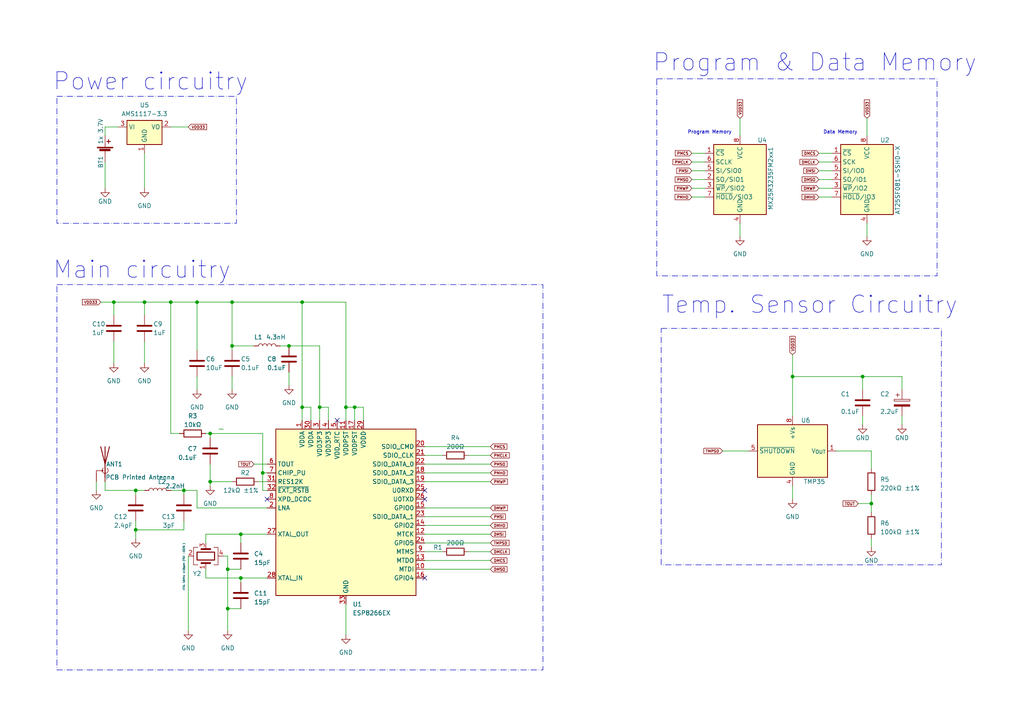
<source format=kicad_sch>
(kicad_sch (version 20230121) (generator eeschema)
  (paper "A4")
  (title_block (title "Full Wireless Communication System - Tractian") (date "2023-05-16") (rev "2.2"))
  (lib_symbols
    (symbol "Device:Antenna_Shield" (pin_numbers hide) (pin_names (offset 1.016) hide)
      (property "Reference" "AE" (at -1.905 4.445 0))
      (property "Value" "Antenna_Shield" (at -1.905 2.54 0))
      (symbol "Antenna_Shield_0_1"
        (arc (start -0.508 -1.143) (mid -0.8429 -2.1194) (end 0 -2.667))
        (arc (start 0 -2.667) (mid 0.7989 -2.1052) (end 0.508 -1.143))
        (polyline (pts (xy 0 -2.54) (xy 0 0)))
        (polyline (pts (xy 0 5.08) (xy 0 -3.81)) (stroke (width 0.254)))
        (polyline (pts (xy 0.762 -1.905) (xy 2.54 -1.905)))
        (polyline (pts (xy 2.54 -2.54) (xy 2.54 -1.905)))
        (polyline (pts (xy 1.27 5.08) (xy 0 0) (xy -1.27 5.08)) (stroke (width 0.254)))
        (circle (center 0.762 -1.905) (radius 0.1778) (fill (type outline)))
      )
      (symbol "Antenna_Shield_1_1"
        (pin input line (at 0 -5.08 90) (length 2.54) (name "A") (number "1"))
        (pin input line (at 2.54 -5.08 90) (length 2.54) (name "Shield") (number "2"))
      )
    )
    (symbol "Device:Battery_Cell" (pin_numbers hide) (pin_names (offset 0) hide)
      (property "Reference" "BT" (at 2.54 2.54 0))
      (property "Value" "Battery_Cell" (at 2.54 0 0))
      (symbol "Battery_Cell_0_1"
        (rectangle (start -2.286 1.778) (end 2.286 1.524) (fill (type outline)))
        (rectangle (start -1.5748 1.1938) (end 1.4732 0.6858) (fill (type outline)))
        (polyline (pts (xy 0 0.762) (xy 0 0)))
        (polyline (pts (xy 0 1.778) (xy 0 2.54)))
        (polyline (pts (xy 0.508 3.429) (xy 1.524 3.429)) (stroke (width 0.254)))
        (polyline (pts (xy 1.016 3.937) (xy 1.016 2.921)) (stroke (width 0.254)))
      )
      (symbol "Battery_Cell_1_1"
        (pin passive line (at 0 5.08 270) (length 2.54) (name "+") (number "1"))
        (pin passive line (at 0 -2.54 90) (length 2.54) (name "-") (number "2"))
      )
    )
    (symbol "Device:C" (pin_numbers hide) (pin_names (offset 0.254))
      (property "Reference" "C" (at 0.635 2.54 0))
      (property "Value" "C" (at 0.635 -2.54 0))
      (symbol "C_0_1"
        (polyline (pts (xy -2.032 -0.762) (xy 2.032 -0.762)) (stroke (width 0.508)))
        (polyline (pts (xy -2.032 0.762) (xy 2.032 0.762)) (stroke (width 0.508)))
      )
      (symbol "C_1_1"
        (pin passive line (at 0 3.81 270) (length 2.794) (name "~") (number "1"))
        (pin passive line (at 0 -3.81 90) (length 2.794) (name "~") (number "2"))
      )
    )
    (symbol "Device:C_Polarized" (pin_numbers hide) (pin_names (offset 0.254))
      (property "Reference" "C" (at 0.635 2.54 0))
      (property "Value" "C_Polarized" (at 0.635 -2.54 0))
      (symbol "C_Polarized_0_1"
        (rectangle (start -2.286 0.508) (end 2.286 1.016))
        (polyline (pts (xy -1.778 2.286) (xy -0.762 2.286)))
        (polyline (pts (xy -1.27 2.794) (xy -1.27 1.778)))
        (rectangle (start 2.286 -0.508) (end -2.286 -1.016) (fill (type outline)))
      )
      (symbol "C_Polarized_1_1"
        (pin passive line (at 0 3.81 270) (length 2.794) (name "~") (number "1"))
        (pin passive line (at 0 -3.81 90) (length 2.794) (name "~") (number "2"))
      )
    )
    (symbol "Device:Crystal_GND24" (pin_names (offset 1.016) hide)
      (property "Reference" "Y" (at 3.175 5.08 0))
      (property "Value" "Crystal_GND24" (at 3.175 3.175 0))
      (symbol "Crystal_GND24_0_1"
        (rectangle (start -1.143 2.54) (end 1.143 -2.54) (stroke (width 0.3048)))
        (polyline (pts (xy -2.54 0) (xy -2.032 0)))
        (polyline (pts (xy -2.032 -1.27) (xy -2.032 1.27)) (stroke (width 0.508)))
        (polyline (pts (xy 0 -3.81) (xy 0 -3.556)))
        (polyline (pts (xy 0 3.556) (xy 0 3.81)))
        (polyline (pts (xy 2.032 -1.27) (xy 2.032 1.27)) (stroke (width 0.508)))
        (polyline (pts (xy 2.032 0) (xy 2.54 0)))
        (polyline (pts (xy -2.54 -2.286) (xy -2.54 -3.556) (xy 2.54 -3.556) (xy 2.54 -2.286)))
        (polyline (pts (xy -2.54 2.286) (xy -2.54 3.556) (xy 2.54 3.556) (xy 2.54 2.286)))
      )
      (symbol "Crystal_GND24_1_1"
        (pin passive line (at -3.81 0 0) (length 1.27) (name "1") (number "1"))
        (pin passive line (at 0 5.08 270) (length 1.27) (name "2") (number "2"))
        (pin passive line (at 3.81 0 180) (length 1.27) (name "3") (number "3"))
        (pin passive line (at 0 -5.08 90) (length 1.27) (name "4") (number "4"))
      )
    )
    (symbol "Device:L" (pin_numbers hide) (pin_names (offset 1.016) hide)
      (property "Reference" "L" (at -1.27 0 90))
      (property "Value" "L" (at 1.905 0 90))
      (symbol "L_0_1"
        (arc (start 0 -2.54) (mid 0.6323 -1.905) (end 0 -1.27))
        (arc (start 0 -1.27) (mid 0.6323 -0.635) (end 0 0))
        (arc (start 0 0) (mid 0.6323 0.635) (end 0 1.27))
        (arc (start 0 1.27) (mid 0.6323 1.905) (end 0 2.54))
      )
      (symbol "L_1_1"
        (pin passive line (at 0 3.81 270) (length 1.27) (name "1") (number "1"))
        (pin passive line (at 0 -3.81 90) (length 1.27) (name "2") (number "2"))
      )
    )
    (symbol "Device:R" (pin_numbers hide) (pin_names (offset 0))
      (property "Reference" "R" (at 2.032 0 90))
      (property "Value" "R" (at 0 0 90))
      (symbol "R_0_1"
        (rectangle (start -1.016 -2.54) (end 1.016 2.54) (stroke (width 0.254)))
      )
      (symbol "R_1_1"
        (pin passive line (at 0 3.81 270) (length 1.27) (name "~") (number "1"))
        (pin passive line (at 0 -3.81 90) (length 1.27) (name "~") (number "2"))
      )
    )
    (symbol "MCU_Espressif:ESP8266EX"
      (property "Reference" "U" (at 0 2.54 0))
      (property "Value" "ESP8266EX" (at 0 -2.54 0))
      (symbol "ESP8266EX_0_1"
        (rectangle (start -20.32 22.86) (end 20.32 -25.4) (stroke (width 0.254)) (fill (type background)))
      )
      (symbol "ESP8266EX_1_1"
        (pin power_in line (at -12.7 25.4 270) (length 2.54) (name "VDDA") (number "1"))
        (pin bidirectional line (at 22.86 -17.78 180) (length 2.54) (name "MTDI") (number "10"))
        (pin power_in line (at 0 25.4 270) (length 2.54) (name "VDDPST") (number "11"))
        (pin bidirectional line (at 22.86 -7.62 180) (length 2.54) (name "MTCK") (number "12"))
        (pin bidirectional line (at 22.86 -15.24 180) (length 2.54) (name "MTDO") (number "13"))
        (pin bidirectional line (at 22.86 -5.08 180) (length 2.54) (name "GPIO2") (number "14"))
        (pin bidirectional line (at 22.86 0 180) (length 2.54) (name "GPIO0") (number "15"))
        (pin bidirectional line (at 22.86 -20.32 180) (length 2.54) (name "GPIO4") (number "16"))
        (pin power_in line (at 2.54 25.4 270) (length 2.54) (name "VDDPST") (number "17"))
        (pin bidirectional line (at 22.86 10.16 180) (length 2.54) (name "SDIO_DATA_2") (number "18"))
        (pin bidirectional line (at 22.86 7.62 180) (length 2.54) (name "SDIO_DATA_3") (number "19"))
        (pin bidirectional line (at -22.86 0 0) (length 2.54) (name "LNA") (number "2"))
        (pin bidirectional line (at 22.86 17.78 180) (length 2.54) (name "SDIO_CMD") (number "20"))
        (pin bidirectional line (at 22.86 15.24 180) (length 2.54) (name "SDIO_CLK") (number "21"))
        (pin bidirectional line (at 22.86 12.7 180) (length 2.54) (name "SDIO_DATA_0") (number "22"))
        (pin bidirectional line (at 22.86 -2.54 180) (length 2.54) (name "SDIO_DATA_1") (number "23"))
        (pin bidirectional line (at 22.86 -10.16 180) (length 2.54) (name "GPIO5") (number "24"))
        (pin bidirectional line (at 22.86 5.08 180) (length 2.54) (name "U0RXD") (number "25"))
        (pin bidirectional line (at 22.86 2.54 180) (length 2.54) (name "U0TXD") (number "26"))
        (pin bidirectional line (at -22.86 -7.62 0) (length 2.54) (name "XTAL_OUT") (number "27"))
        (pin bidirectional line (at -22.86 -20.32 0) (length 2.54) (name "XTAL_IN") (number "28"))
        (pin power_in line (at 5.08 25.4 270) (length 2.54) (name "VDDD") (number "29"))
        (pin power_in line (at -7.62 25.4 270) (length 2.54) (name "VDD3P3") (number "3"))
        (pin power_in line (at -10.16 25.4 270) (length 2.54) (name "VDDA") (number "30"))
        (pin input line (at -22.86 7.62 0) (length 2.54) (name "RES12K") (number "31"))
        (pin input line (at -22.86 5.08 0) (length 2.54) (name "~{EXT_RSTB}") (number "32"))
        (pin power_in line (at 0 -27.94 90) (length 2.54) (name "GND") (number "33"))
        (pin power_in line (at -5.08 25.4 270) (length 2.54) (name "VDD3P3") (number "4"))
        (pin power_in line (at -2.54 25.4 270) (length 2.54) (name "VDD_RTC") (number "5"))
        (pin input line (at -22.86 12.7 0) (length 2.54) (name "TOUT") (number "6"))
        (pin input line (at -22.86 10.16 0) (length 2.54) (name "CHIP_PU") (number "7"))
        (pin bidirectional line (at -22.86 2.54 0) (length 2.54) (name "XPD_DCDC") (number "8"))
        (pin bidirectional line (at 22.86 -12.7 180) (length 2.54) (name "MTMS") (number "9"))
      )
    )
    (symbol "Memory_Flash:AT25SF081-SSHD-X"
      (property "Reference" "U" (at -6.35 11.43 0))
      (property "Value" "AT25SF081-SSHD-X" (at 11.43 11.43 0))
      (symbol "AT25SF081-SSHD-X_0_1"
        (rectangle (start -7.62 10.16) (end 7.62 -10.16) (stroke (width 0.254)) (fill (type background)))
      )
      (symbol "AT25SF081-SSHD-X_1_1"
        (pin input line (at -10.16 7.62 0) (length 2.54) (name "~{CS}") (number "1"))
        (pin bidirectional line (at -10.16 0 0) (length 2.54) (name "SO/IO1") (number "2"))
        (pin bidirectional line (at -10.16 -2.54 0) (length 2.54) (name "~{WP}/IO2") (number "3"))
        (pin power_in line (at 0 -12.7 90) (length 2.54) (name "GND") (number "4"))
        (pin bidirectional line (at -10.16 2.54 0) (length 2.54) (name "SI/IO0") (number "5"))
        (pin input line (at -10.16 5.08 0) (length 2.54) (name "SCK") (number "6"))
        (pin bidirectional line (at -10.16 -5.08 0) (length 2.54) (name "~{HOLD}/IO3") (number "7"))
        (pin power_in line (at 0 12.7 270) (length 2.54) (name "VCC") (number "8"))
      )
    )
    (symbol "Memory_Flash:MX25R3235FM2xx1"
      (property "Reference" "U" (at -5.08 11.43 0))
      (property "Value" "MX25R3235FM2xx1" (at 11.43 11.43 0))
      (symbol "MX25R3235FM2xx1_0_1"
        (rectangle (start -7.62 10.16) (end 7.62 -10.16) (stroke (width 0.254)) (fill (type background)))
      )
      (symbol "MX25R3235FM2xx1_1_1"
        (pin input line (at -10.16 7.62 0) (length 2.54) (name "~{CS}") (number "1"))
        (pin bidirectional line (at -10.16 0 0) (length 2.54) (name "SO/SIO1") (number "2"))
        (pin bidirectional line (at -10.16 -2.54 0) (length 2.54) (name "~{WP}/SIO2") (number "3"))
        (pin power_in line (at 0 -12.7 90) (length 2.54) (name "GND") (number "4"))
        (pin bidirectional line (at -10.16 2.54 0) (length 2.54) (name "SI/SIO0") (number "5"))
        (pin input line (at -10.16 5.08 0) (length 2.54) (name "SCLK") (number "6"))
        (pin bidirectional line (at -10.16 -5.08 0) (length 2.54) (name "~{HOLD}/SIO3") (number "7"))
        (pin power_in line (at 0 12.7 270) (length 2.54) (name "VCC") (number "8"))
      )
    )
    (symbol "Regulator_Linear:AMS1117-3.3"
      (property "Reference" "U" (at -3.81 3.175 0))
      (property "Value" "AMS1117-3.3" (at 0 3.175 0))
      (symbol "AMS1117-3.3_0_1"
        (rectangle (start -5.08 -5.08) (end 5.08 1.905) (stroke (width 0.254)) (fill (type background)))
      )
      (symbol "AMS1117-3.3_1_1"
        (pin power_in line (at 0 -7.62 90) (length 2.54) (name "GND") (number "1"))
        (pin power_out line (at 7.62 0 180) (length 2.54) (name "VO") (number "2"))
        (pin power_in line (at -7.62 0 0) (length 2.54) (name "VI") (number "3"))
      )
    )
    (symbol "Sensor_Temperature:TMP36xS"
      (property "Reference" "U" (at -8.89 8.89 0))
      (property "Value" "TMP36xS" (at 6.35 -8.89 0))
      (symbol "TMP36xS_0_1"
        (rectangle (start -10.16 7.62) (end 10.16 -7.62) (stroke (width 0.254)) (fill (type background)))
      )
      (symbol "TMP36xS_1_1"
        (pin output line (at 12.7 0 180) (length 2.54) (name "V_{OUT}") (number "1"))
        (pin power_in line (at 0 -10.16 90) (length 2.54) (name "GND") (number "4"))
        (pin input line (at -12.7 0 0) (length 2.54) (name "~{SHUTDOWN}") (number "5"))
        (pin power_in line (at 0 10.16 270) (length 2.54) (name "+Vs") (number "8"))
      )
    )
    (symbol "power:GND" (power) (pin_names (offset 0))
      (property "Value" "GND" (at 0 -3.81 0))
      (symbol "GND_0_1"
        (polyline (pts (xy 0 0) (xy 0 -1.27) (xy 1.27 -1.27) (xy 0 -2.54) (xy -1.27 -1.27) (xy 0 -1.27)))
      )
      (symbol "GND_1_1"
        (pin power_in line (at 0 0 270) (length 0) hide (name "GND") (number "1"))
      )
    )
  )
  (junction (at 60.96 125.73))
  (junction (at 60.96 139.7))
  (junction (at 100.33 118.11))
  (junction (at 67.31 87.63))
  (junction (at 250.19 109.22))
  (junction (at 49.53 87.63))
  (junction (at 66.04 165.1))
  (junction (at 252.73 146.05))
  (junction (at 57.15 87.63))
  (junction (at 33.02 87.63))
  (junction (at 92.71 118.11))
  (junction (at 39.37 142.24))
  (junction (at 69.85 167.64))
  (junction (at 102.87 118.11))
  (junction (at 229.87 109.22))
  (junction (at 39.37 153.67))
  (junction (at 87.63 118.11))
  (junction (at 41.91 87.63))
  (junction (at 53.34 142.24))
  (junction (at 83.82 100.33))
  (junction (at 76.2 137.16))
  (junction (at 69.85 154.94))
  (junction (at 67.31 100.33))
  (junction (at 87.63 87.63))
  (junction (at 66.04 176.53))
  (no_connect (at 77.47 144.78))
  (no_connect (at 123.19 144.78))
  (no_connect (at 123.19 167.64))
  (no_connect (at 97.79 121.92))
  (no_connect (at 123.19 142.24))
  (wire (pts (xy 73.66 134.62) (xy 77.47 134.62)))
  (wire (pts (xy 60.96 139.7) (xy 60.96 140.97)))
  (wire (pts (xy 30.48 142.24) (xy 30.48 139.7)))
  (wire (pts (xy 237.49 54.61) (xy 241.3 54.61)))
  (wire (pts (xy 54.61 161.29) (xy 54.61 182.88)))
  (wire (pts (xy 77.47 137.16) (xy 76.2 137.16)))
  (wire (pts (xy 69.85 157.48) (xy 69.85 154.94)))
  (wire (pts (xy 100.33 118.11) (xy 102.87 118.11)))
  (wire (pts (xy 41.91 99.06) (xy 41.91 105.41)))
  (wire (pts (xy 242.57 130.81) (xy 252.73 130.81)))
  (wire (pts (xy 237.49 52.07) (xy 241.3 52.07)))
  (wire (pts (xy 252.73 143.51) (xy 252.73 146.05)))
  (wire (pts (xy 60.96 125.73) (xy 76.2 125.73)))
  (wire (pts (xy 57.15 147.32) (xy 57.15 142.24)))
  (wire (pts (xy 41.91 87.63) (xy 41.91 91.44)))
  (wire (pts (xy 59.69 157.48) (xy 59.69 154.94)))
  (wire (pts (xy 123.19 137.16) (xy 142.24 137.16)))
  (wire (pts (xy 214.63 64.77) (xy 214.63 68.58)))
  (wire (pts (xy 100.33 175.26) (xy 100.33 184.15)))
  (wire (pts (xy 123.19 149.86) (xy 142.24 149.86)))
  (wire (pts (xy 92.71 100.33) (xy 83.82 100.33)))
  (wire (pts (xy 123.19 147.32) (xy 142.24 147.32)))
  (wire (pts (xy 67.31 100.33) (xy 67.31 101.6)))
  (wire (pts (xy 100.33 87.63) (xy 100.33 118.11)))
  (wire (pts (xy 123.19 157.48) (xy 142.24 157.48)))
  (wire (pts (xy 100.33 118.11) (xy 100.33 121.92)))
  (wire (pts (xy 66.04 161.29) (xy 66.04 165.1)))
  (wire (pts (xy 67.31 87.63) (xy 67.31 100.33)))
  (wire (pts (xy 142.24 129.54) (xy 123.19 129.54)))
  (wire (pts (xy 229.87 109.22) (xy 229.87 120.65)))
  (wire (pts (xy 135.89 160.02) (xy 142.24 160.02)))
  (wire (pts (xy 59.69 154.94) (xy 69.85 154.94)))
  (wire (pts (xy 123.19 154.94) (xy 142.24 154.94)))
  (wire (pts (xy 29.21 87.63) (xy 33.02 87.63)))
  (wire (pts (xy 53.34 151.13) (xy 53.34 153.67)))
  (wire (pts (xy 237.49 49.53) (xy 241.3 49.53)))
  (wire (pts (xy 27.94 139.7) (xy 27.94 142.24)))
  (wire (pts (xy 209.55 130.81) (xy 217.17 130.81)))
  (wire (pts (xy 102.87 118.11) (xy 105.41 118.11)))
  (wire (pts (xy 30.48 39.37) (xy 30.48 36.83)))
  (wire (pts (xy 229.87 140.97) (xy 229.87 144.78)))
  (wire (pts (xy 87.63 87.63) (xy 87.63 118.11)))
  (wire (pts (xy 67.31 100.33) (xy 73.66 100.33)))
  (wire (pts (xy 59.69 167.64) (xy 69.85 167.64)))
  (wire (pts (xy 95.25 118.11) (xy 92.71 118.11)))
  (wire (pts (xy 123.19 134.62) (xy 142.24 134.62)))
  (wire (pts (xy 33.02 87.63) (xy 33.02 91.44)))
  (wire (pts (xy 123.19 162.56) (xy 142.24 162.56)))
  (wire (pts (xy 87.63 87.63) (xy 100.33 87.63)))
  (wire (pts (xy 123.19 152.4) (xy 142.24 152.4)))
  (wire (pts (xy 52.07 125.73) (xy 49.53 125.73)))
  (wire (pts (xy 67.31 87.63) (xy 87.63 87.63)))
  (wire (pts (xy 30.48 46.99) (xy 30.48 54.61)))
  (wire (pts (xy 250.19 109.22) (xy 261.62 109.22)))
  (wire (pts (xy 67.31 109.22) (xy 67.31 113.03)))
  (wire (pts (xy 41.91 44.45) (xy 41.91 54.61)))
  (wire (pts (xy 200.66 46.99) (xy 204.47 46.99)))
  (wire (pts (xy 59.69 165.1) (xy 59.69 167.64)))
  (wire (pts (xy 76.2 142.24) (xy 76.2 137.16)))
  (wire (pts (xy 57.15 87.63) (xy 67.31 87.63)))
  (wire (pts (xy 200.66 49.53) (xy 204.47 49.53)))
  (wire (pts (xy 49.53 142.24) (xy 53.34 142.24)))
  (wire (pts (xy 90.17 121.92) (xy 90.17 118.11)))
  (wire (pts (xy 251.46 64.77) (xy 251.46 68.58)))
  (wire (pts (xy 66.04 165.1) (xy 66.04 176.53)))
  (wire (pts (xy 77.47 147.32) (xy 57.15 147.32)))
  (wire (pts (xy 214.63 34.29) (xy 214.63 39.37)))
  (wire (pts (xy 69.85 165.1) (xy 66.04 165.1)))
  (wire (pts (xy 66.04 176.53) (xy 66.04 182.88)))
  (wire (pts (xy 53.34 153.67) (xy 39.37 153.67)))
  (wire (pts (xy 90.17 118.11) (xy 87.63 118.11)))
  (wire (pts (xy 123.19 160.02) (xy 128.27 160.02)))
  (wire (pts (xy 39.37 151.13) (xy 39.37 153.67)))
  (wire (pts (xy 53.34 142.24) (xy 53.34 143.51)))
  (wire (pts (xy 250.19 113.03) (xy 250.19 109.22)))
  (wire (pts (xy 53.34 142.24) (xy 57.15 142.24)))
  (wire (pts (xy 69.85 154.94) (xy 77.47 154.94)))
  (wire (pts (xy 33.02 99.06) (xy 33.02 105.41)))
  (wire (pts (xy 102.87 118.11) (xy 102.87 121.92)))
  (wire (pts (xy 200.66 54.61) (xy 204.47 54.61)))
  (wire (pts (xy 57.15 109.22) (xy 57.15 113.03)))
  (wire (pts (xy 60.96 125.73) (xy 59.69 125.73)))
  (wire (pts (xy 49.53 125.73) (xy 49.53 87.63)))
  (wire (pts (xy 30.48 36.83) (xy 34.29 36.83)))
  (wire (pts (xy 74.93 139.7) (xy 77.47 139.7)))
  (wire (pts (xy 87.63 118.11) (xy 87.63 121.92)))
  (wire (pts (xy 76.2 137.16) (xy 76.2 125.73)))
  (wire (pts (xy 250.19 120.65) (xy 250.19 123.19)))
  (wire (pts (xy 237.49 44.45) (xy 241.3 44.45)))
  (wire (pts (xy 66.04 176.53) (xy 69.85 176.53)))
  (wire (pts (xy 200.66 57.15) (xy 204.47 57.15)))
  (wire (pts (xy 30.48 142.24) (xy 39.37 142.24)))
  (wire (pts (xy 252.73 146.05) (xy 252.73 148.59)))
  (wire (pts (xy 229.87 109.22) (xy 250.19 109.22)))
  (wire (pts (xy 39.37 153.67) (xy 39.37 156.21)))
  (wire (pts (xy 248.92 146.05) (xy 252.73 146.05)))
  (wire (pts (xy 49.53 87.63) (xy 57.15 87.63)))
  (wire (pts (xy 123.19 165.1) (xy 142.24 165.1)))
  (wire (pts (xy 60.96 134.62) (xy 60.96 139.7)))
  (wire (pts (xy 95.25 121.92) (xy 95.25 118.11)))
  (wire (pts (xy 200.66 44.45) (xy 204.47 44.45)))
  (wire (pts (xy 64.77 124.46) (xy 63.5 124.46)))
  (wire (pts (xy 261.62 109.22) (xy 261.62 113.03)))
  (wire (pts (xy 237.49 46.99) (xy 241.3 46.99)))
  (wire (pts (xy 66.04 161.29) (xy 64.77 161.29)))
  (wire (pts (xy 123.19 139.7) (xy 142.24 139.7)))
  (wire (pts (xy 251.46 34.29) (xy 251.46 39.37)))
  (wire (pts (xy 81.28 100.33) (xy 83.82 100.33)))
  (wire (pts (xy 92.71 121.92) (xy 92.71 118.11)))
  (wire (pts (xy 60.96 139.7) (xy 67.31 139.7)))
  (wire (pts (xy 60.96 125.73) (xy 60.96 127)))
  (wire (pts (xy 252.73 130.81) (xy 252.73 135.89)))
  (wire (pts (xy 237.49 57.15) (xy 241.3 57.15)))
  (wire (pts (xy 252.73 156.21) (xy 252.73 158.75)))
  (wire (pts (xy 33.02 87.63) (xy 41.91 87.63)))
  (wire (pts (xy 92.71 118.11) (xy 92.71 100.33)))
  (wire (pts (xy 261.62 120.65) (xy 261.62 123.19)))
  (wire (pts (xy 135.89 132.08) (xy 142.24 132.08)))
  (wire (pts (xy 200.66 52.07) (xy 204.47 52.07)))
  (wire (pts (xy 57.15 87.63) (xy 57.15 101.6)))
  (wire (pts (xy 39.37 142.24) (xy 39.37 143.51)))
  (wire (pts (xy 229.87 102.87) (xy 229.87 109.22)))
  (wire (pts (xy 105.41 121.92) (xy 105.41 118.11)))
  (wire (pts (xy 77.47 142.24) (xy 76.2 142.24)))
  (wire (pts (xy 69.85 167.64) (xy 69.85 168.91)))
  (wire (pts (xy 41.91 87.63) (xy 49.53 87.63)))
  (wire (pts (xy 83.82 107.95) (xy 83.82 111.76)))
  (wire (pts (xy 39.37 142.24) (xy 41.91 142.24)))
  (wire (pts (xy 69.85 167.64) (xy 77.47 167.64)))
  (wire (pts (xy 123.19 132.08) (xy 128.27 132.08)))
  (wire (pts (xy 49.53 36.83) (xy 54.61 36.83)))
  (rectangle (start 16.51 82.55) (end 157.48 194.31) (stroke (width 0) (type dash_dot)))
  (rectangle (start 16.51 27.94) (end 68.58 64.77) (stroke (width 0) (type dash_dot)))
  (rectangle (start 191.77 95.25) (end 273.05 163.83) (stroke (width 0) (type dash_dot)))
  (rectangle (start 190.5 22.86) (end 271.78 80.01) (stroke (width 0) (type dash_dot)))
  (text "Temp. Sensor Circuitry" (at 191.77 91.44 0) (effects (font (size 5 5)) (justify left bottom)))
  (text "Program & Data Memory\n\n" (at 189.23 29.21 0) (effects (font (size 5 5)) (justify left bottom)))
  (text "Program Memory\n\n" (at 199.39 40.64 0) (effects (font (size 1 1)) (justify left bottom)))
  (text "Data Memory\n\n" (at 238.76 40.64 0) (effects (font (size 1 1)) (justify left bottom)))
  (text "Main circuitry" (at 15.24 81.28 0) (effects (font (size 5 5)) (justify left bottom)))
  (text "Power circuitry" (at 15.24 26.67 0) (effects (font (size 5 5)) (justify left bottom)))
  (global_label "TMPSD" (shape input) (at 142.24 157.48 0) (effects (font (size 0.8 0.8))) (property "Intersheetrefs" "${INTERSHEET_REFS}" (effects hide)))
  (global_label "DMSI" (shape input) (at 142.24 154.94 0) (effects (font (size 0.8 0.8))) (property "Intersheetrefs" "${INTERSHEET_REFS}" (effects hide)))
  (global_label "PMSO" (shape input) (at 142.24 134.62 0) (effects (font (size 0.8 0.8))) (property "Intersheetrefs" "${INTERSHEET_REFS}" (effects hide)))
  (global_label "PMCS" (shape input) (at 200.66 44.45 180) (effects (font (size 0.8 0.8))) (property "Intersheetrefs" "${INTERSHEET_REFS}" (effects hide)))
  (global_label "PMCS" (shape input) (at 142.24 129.54 0) (effects (font (size 0.8 0.8))) (property "Intersheetrefs" "${INTERSHEET_REFS}" (effects hide)))
  (global_label "TOUT" (shape input) (at 73.66 134.62 180) (effects (font (size 0.8 0.8))) (property "Intersheetrefs" "${INTERSHEET_REFS}" (effects hide)))
  (global_label "TMPSD" (shape input) (at 209.55 130.81 180) (effects (font (size 0.8 0.8))) (property "Intersheetrefs" "${INTERSHEET_REFS}" (effects hide)))
  (global_label "DMSO" (shape input) (at 142.24 165.1 0) (effects (font (size 0.8 0.8))) (property "Intersheetrefs" "${INTERSHEET_REFS}" (effects hide)))
  (global_label "DMCLK" (shape input) (at 237.49 46.99 180) (effects (font (size 0.8 0.8))) (property "Intersheetrefs" "${INTERSHEET_REFS}" (effects hide)))
  (global_label "DMHD" (shape input) (at 142.24 152.4 0) (effects (font (size 0.8 0.8))) (property "Intersheetrefs" "${INTERSHEET_REFS}" (effects hide)))
  (global_label "PMSI" (shape input) (at 200.66 49.53 180) (effects (font (size 0.8 0.8))) (property "Intersheetrefs" "${INTERSHEET_REFS}" (effects hide)))
  (global_label "PMWP" (shape input) (at 200.66 54.61 180) (effects (font (size 0.8 0.8))) (property "Intersheetrefs" "${INTERSHEET_REFS}" (effects hide)))
  (global_label "VDD33" (shape input) (at 214.63 34.29 90) (effects (font (size 0.8 0.8))) (property "Intersheetrefs" "${INTERSHEET_REFS}" (effects hide)))
  (global_label "VDD33" (shape input) (at 54.61 36.83 0) (effects (font (size 0.8 0.8))) (property "Intersheetrefs" "${INTERSHEET_REFS}" (effects hide)))
  (global_label "DMCS" (shape input) (at 237.49 44.45 180) (effects (font (size 0.8 0.8))) (property "Intersheetrefs" "${INTERSHEET_REFS}" (effects hide)))
  (global_label "DMHD" (shape input) (at 237.49 57.15 180) (effects (font (size 0.8 0.8))) (property "Intersheetrefs" "${INTERSHEET_REFS}" (effects hide)))
  (global_label "TOUT" (shape input) (at 248.92 146.05 180) (effects (font (size 0.8 0.8))) (property "Intersheetrefs" "${INTERSHEET_REFS}" (effects hide)))
  (global_label "DMCS" (shape input) (at 142.24 162.56 0) (effects (font (size 0.8 0.8))) (property "Intersheetrefs" "${INTERSHEET_REFS}" (effects hide)))
  (global_label "PMHD" (shape input) (at 200.66 57.15 180) (effects (font (size 0.8 0.8))) (property "Intersheetrefs" "${INTERSHEET_REFS}" (effects hide)))
  (global_label "VDD33" (shape input) (at 229.87 102.87 90) (effects (font (size 0.8 0.8))) (property "Intersheetrefs" "${INTERSHEET_REFS}" (effects hide)))
  (global_label "PMWP" (shape input) (at 142.24 139.7 0) (effects (font (size 0.8 0.8))) (property "Intersheetrefs" "${INTERSHEET_REFS}" (effects hide)))
  (global_label "PMSO" (shape input) (at 200.66 52.07 180) (effects (font (size 0.8 0.8))) (property "Intersheetrefs" "${INTERSHEET_REFS}" (effects hide)))
  (global_label "DMCLK" (shape input) (at 142.24 160.02 0) (effects (font (size 0.8 0.8))) (property "Intersheetrefs" "${INTERSHEET_REFS}" (effects hide)))
  (global_label "PMHD" (shape input) (at 142.24 137.16 0) (effects (font (size 0.8 0.8))) (property "Intersheetrefs" "${INTERSHEET_REFS}" (effects hide)))
  (global_label "PMCLK" (shape input) (at 200.66 46.99 180) (effects (font (size 0.8 0.8))) (property "Intersheetrefs" "${INTERSHEET_REFS}" (effects hide)))
  (global_label "PMCLK" (shape input) (at 142.24 132.08 0) (effects (font (size 0.8 0.8))) (property "Intersheetrefs" "${INTERSHEET_REFS}" (effects hide)))
  (global_label "DMSO" (shape input) (at 237.49 52.07 180) (effects (font (size 0.8 0.8))) (property "Intersheetrefs" "${INTERSHEET_REFS}" (effects hide)))
  (global_label "VDD33" (shape input) (at 251.46 34.29 90) (effects (font (size 0.8 0.8))) (property "Intersheetrefs" "${INTERSHEET_REFS}" (effects hide)))
  (global_label "PMSI" (shape input) (at 142.24 149.86 0) (effects (font (size 0.8 0.8))) (property "Intersheetrefs" "${INTERSHEET_REFS}" (effects hide)))
  (global_label "DMSI" (shape input) (at 237.49 49.53 180) (effects (font (size 0.8 0.8))) (property "Intersheetrefs" "${INTERSHEET_REFS}" (effects hide)))
  (global_label "DMWP" (shape input) (at 237.49 54.61 180) (effects (font (size 0.8 0.8))) (property "Intersheetrefs" "${INTERSHEET_REFS}" (effects hide)))
  (global_label "DMWP" (shape input) (at 142.24 147.32 0) (effects (font (size 0.8 0.8))) (property "Intersheetrefs" "${INTERSHEET_REFS}" (effects hide)))
  (global_label "VDD33" (shape input) (at 29.21 87.63 180) (effects (font (size 0.8 0.8))) (property "Intersheetrefs" "${INTERSHEET_REFS}" (effects hide)))
  (symbol (lib_id "Device:C") (at 39.37 147.32 0) (mirror y) (unit 1)
    (property "Reference" "C12" (at 33.02 149.86 0) (effects (justify right)))
    (property "Value" "2.4pF" (at 33.02 152.4 0) (effects (justify right)))
    (property "Footprint" "Capacitor_SMD:C_0201_0603Metric_Pad0.64x0.40mm_HandSolder" (effects hide))
  )
  (symbol (lib_id "power:GND") (at 250.19 123.19 0) (unit 1)
    (property "Reference" "#PWR04" (effects hide))
    (property "Value" "GND" (at 250.19 127 0))
  )
  (symbol (lib_id "Device:C") (at 60.96 130.81 0) (unit 1)
    (property "Reference" "C7" (at 57.15 130.175 0) (effects (justify right)))
    (property "Value" "0.1uF" (at 57.15 132.715 0) (effects (justify right)))
    (property "Footprint" "Capacitor_SMD:C_0201_0603Metric_Pad0.64x0.40mm_HandSolder" (effects hide))
  )
  (symbol (lib_id "power:GND") (at 100.33 184.15 0) (unit 1)
    (property "Reference" "#PWR08" (effects hide))
    (property "Value" "GND" (at 100.33 189.23 0))
  )
  (symbol (lib_id "Device:R") (at 132.08 160.02 90) (unit 1)
    (property "Reference" "R1" (at 127 158.75 90))
    (property "Value" "200Ω" (at 132.08 157.48 90))
    (property "Footprint" "Resistor_SMD:R_0402_1005Metric_Pad0.72x0.64mm_HandSolder" (effects hide))
  )
  (symbol (lib_id "Device:C") (at 250.19 116.84 0) (mirror y) (unit 1)
    (property "Reference" "C1" (at 243.84 114.3 0) (effects (justify right)))
    (property "Value" "0.1uF" (at 243.84 119.38 0) (effects (justify right)))
    (property "Footprint" "Capacitor_SMD:C_0201_0603Metric_Pad0.64x0.40mm_HandSolder" (effects hide))
  )
  (symbol (lib_id "power:GND") (at 39.37 156.21 0) (unit 1)
    (property "Reference" "#PWR020" (effects hide))
    (property "Value" "GND" (at 39.37 161.29 0))
  )
  (symbol (lib_id "power:GND") (at 251.46 68.58 0) (unit 1)
    (property "Reference" "#PWR01" (effects hide))
    (property "Value" "GND" (at 251.46 73.66 0))
  )
  (symbol (lib_id "power:GND") (at 57.15 113.03 0) (unit 1)
    (property "Reference" "#PWR010" (effects hide))
    (property "Value" "GND" (at 57.15 118.11 0))
  )
  (symbol (lib_id "Device:C") (at 53.34 147.32 0) (unit 1)
    (property "Reference" "C13" (at 50.8 149.86 0) (effects (justify right)))
    (property "Value" "3pF" (at 50.8 152.4 0) (effects (justify right)))
    (property "Footprint" "Capacitor_SMD:C_0201_0603Metric_Pad0.64x0.40mm_HandSolder" (effects hide))
  )
  (symbol (lib_id "power:GND") (at 261.62 123.19 0) (unit 1)
    (property "Reference" "#PWR05" (effects hide))
    (property "Value" "GND" (at 261.62 127 0))
  )
  (symbol (lib_id "Device:R") (at 55.88 125.73 90) (unit 1)
    (property "Reference" "R3" (at 55.88 120.65 90))
    (property "Value" "10kΩ" (at 55.88 123.19 90))
    (property "Footprint" "Resistor_SMD:R_0201_0603Metric_Pad0.64x0.40mm_HandSolder" (effects hide))
  )
  (symbol (lib_id "Device:L") (at 77.47 100.33 90) (unit 1)
    (property "Reference" "L1" (at 74.93 97.79 90))
    (property "Value" "4.3nH" (at 80.01 97.79 90))
    (property "Footprint" "Inductor_SMD:L_0603_1608Metric_Pad1.05x0.95mm_HandSolder" (effects hide))
  )
  (symbol (lib_id "power:GND") (at 83.82 111.76 0) (unit 1)
    (property "Reference" "#PWR012" (effects hide))
    (property "Value" "GND" (at 83.82 116.84 0))
  )
  (symbol (lib_id "Device:Crystal_GND24") (at 59.69 161.29 90) (unit 1)
    (property "Reference" "Y2" (at 57.15 166.37 90))
    (property "Value" "XTAL 16Mhz ±10ppm (TSX -3225 )" (at 53.34 157.48 0) (effects (font (size 0.5 0.5)) (justify right)))
    (property "Footprint" "Oscillator:Oscillator_SMD_SeikoEpson_SG210-4Pin_2.5x2.0mm_HandSoldering" (effects hide))
  )
  (symbol (lib_id "Device:Battery_Cell") (at 30.48 44.45 0) (unit 1)
    (property "Reference" "BT1" (at 29.21 46.99 90))
    (property "Value" "1x 3.7V" (at 29.21 38.1 90))
    (property "Footprint" "Battery:BatteryHolder_Keystone_2466_1xAAA" (effects hide))
  )
  (symbol (lib_id "power:GND") (at 41.91 54.61 0) (unit 1)
    (property "Reference" "#PWR07" (effects hide))
    (property "Value" "GND" (at 41.91 59.69 0))
  )
  (symbol (lib_id "Regulator_Linear:AMS1117-3.3") (at 41.91 36.83 0) (unit 1)
    (property "Reference" "U5" (at 41.91 30.48 0))
    (property "Value" "AMS1117-3.3" (at 41.91 33.02 0))
    (property "Footprint" "Package_TO_SOT_SMD:SOT-223-3_TabPin2" (effects hide))
    (property "Datasheet" "http://www.advanced-monolithic.com/pdf/ds1117.pdf" (effects hide))
  )
  (symbol (lib_id "Device:C") (at 67.31 105.41 0) (mirror y) (unit 1)
    (property "Reference" "C5" (at 69.85 104.14 0) (effects (justify right)))
    (property "Value" "0.1uF" (at 69.85 106.68 0) (effects (justify right)))
    (property "Footprint" "Capacitor_SMD:C_0201_0603Metric_Pad0.64x0.40mm_HandSolder" (effects hide))
  )
  (symbol (lib_id "Device:C") (at 41.91 95.25 0) (mirror y) (unit 1)
    (property "Reference" "C9" (at 44.45 93.98 0) (effects (justify right)))
    (property "Value" "1uF" (at 44.45 96.52 0) (effects (justify right)))
    (property "Footprint" "Capacitor_SMD:C_0201_0603Metric_Pad0.64x0.40mm_HandSolder" (effects hide))
  )
  (symbol (lib_id "Device:L") (at 45.72 142.24 90) (unit 1)
    (property "Reference" "L2" (at 46.99 139.7 90))
    (property "Value" "2.2nH" (at 50.8 140.97 90))
    (property "Footprint" "Inductor_SMD:L_0603_1608Metric_Pad1.05x0.95mm_HandSolder" (effects hide))
  )
  (symbol (lib_id "power:GND") (at 54.61 182.88 0) (unit 1)
    (property "Reference" "#PWR018" (effects hide))
    (property "Value" "GND" (at 54.61 187.96 0))
  )
  (symbol (lib_id "Memory_Flash:MX25R3235FM2xx1") (at 214.63 52.07 0) (unit 1)
    (property "Reference" "U4" (at 219.71 40.64 0) (effects (justify left)))
    (property "Value" "MX25R3235FM2xx1" (at 223.52 60.96 90) (effects (justify left)))
    (property "Footprint" "Package_SO:SOP-8_5.28x5.23mm_P1.27mm" (effects hide))
    (property "Datasheet" "http://www.macronix.com/Lists/Datasheet/Attachments/7534/MX25R3235F,%20Wide%20Range,%2032Mb,%20v1.6.pdf" (effects hide))
  )
  (symbol (lib_id "Device:R") (at 252.73 139.7 0) (unit 1)
    (property "Reference" "R5" (at 255.27 139.065 0) (effects (justify left)))
    (property "Value" "220kΩ ±1%" (at 255.27 141.605 0) (effects (justify left)))
    (property "Footprint" "Resistor_SMD:R_0201_0603Metric_Pad0.64x0.40mm_HandSolder" (effects hide))
  )
  (symbol (lib_id "power:GND") (at 60.96 140.97 0) (unit 1)
    (property "Reference" "#PWR09" (effects hide))
    (property "Value" "GND" (at 60.96 146.05 0))
  )
  (symbol (lib_id "Device:C") (at 57.15 105.41 0) (mirror y) (unit 1)
    (property "Reference" "C6" (at 59.69 104.14 0) (effects (justify right)))
    (property "Value" "10uF" (at 59.69 106.68 0) (effects (justify right)))
    (property "Footprint" "Capacitor_SMD:C_0201_0603Metric_Pad0.64x0.40mm_HandSolder" (effects hide))
  )
  (symbol (lib_id "power:GND") (at 252.73 158.75 0) (unit 1)
    (property "Reference" "#PWR03" (effects hide))
    (property "Value" "GND" (at 252.73 162.56 0))
  )
  (symbol (lib_id "Device:R") (at 71.12 139.7 270) (unit 1)
    (property "Reference" "R2" (at 71.12 137.16 90))
    (property "Value" "12kΩ ±1%" (at 69.85 142.24 90))
    (property "Footprint" "Resistor_SMD:R_0201_0603Metric_Pad0.64x0.40mm_HandSolder" (effects hide))
  )
  (symbol (lib_id "Device:C") (at 83.82 104.14 0) (mirror y) (unit 1)
    (property "Reference" "C8" (at 77.47 104.14 0) (effects (justify right)))
    (property "Value" "0.1uF" (at 77.47 106.68 0) (effects (justify right)))
    (property "Footprint" "Capacitor_SMD:C_0201_0603Metric_Pad0.64x0.40mm_HandSolder" (effects hide))
  )
  (symbol (lib_id "Device:R") (at 132.08 132.08 90) (unit 1)
    (property "Reference" "R4" (at 132.08 127 90))
    (property "Value" "200Ω" (at 132.08 129.54 90))
    (property "Footprint" "Resistor_SMD:R_0402_1005Metric_Pad0.72x0.64mm_HandSolder" (effects hide))
  )
  (symbol (lib_id "power:GND") (at 30.48 54.61 0) (unit 1)
    (property "Reference" "#PWR06" (effects hide))
    (property "Value" "GND" (at 30.48 58.42 0))
  )
  (symbol (lib_id "Device:R") (at 252.73 152.4 0) (unit 1)
    (property "Reference" "R6" (at 255.27 151.765 0) (effects (justify left)))
    (property "Value" "100kΩ ±1%" (at 255.27 154.305 0) (effects (justify left)))
    (property "Footprint" "Resistor_SMD:R_0201_0603Metric_Pad0.64x0.40mm_HandSolder" (effects hide))
  )
  (symbol (lib_id "Device:C") (at 33.02 95.25 0) (mirror y) (unit 1)
    (property "Reference" "C10" (at 26.67 93.98 0) (effects (justify right)))
    (property "Value" "1uF" (at 26.67 96.52 0) (effects (justify right)))
    (property "Footprint" "Capacitor_SMD:C_0201_0603Metric_Pad0.64x0.40mm_HandSolder" (effects hide))
  )
  (symbol (lib_id "power:GND") (at 214.63 68.58 0) (unit 1)
    (property "Reference" "#PWR015" (effects hide))
    (property "Value" "GND" (at 214.63 73.66 0))
  )
  (symbol (lib_id "Device:Antenna_Shield") (at 30.48 134.62 0) (mirror y) (unit 1)
    (property "Reference" "ANT1" (at 35.56 134.62 0) (effects (justify left)))
    (property "Value" "PCB Printed Antenna" (at 50.8 138.43 0) (effects (justify left)))
    (property "Footprint" "RF_Antenna:Texas_SWRA117D_2.4GHz_Left" (effects hide))
  )
  (symbol (lib_id "Memory_Flash:AT25SF081-SSHD-X") (at 251.46 52.07 0) (unit 1)
    (property "Reference" "U2" (at 255.27 40.64 0) (effects (justify left)))
    (property "Value" "AT25SF081-SSHD-X" (at 260.35 62.23 90) (effects (justify left)))
    (property "Footprint" "Package_SO:SOIC-8_3.9x4.9mm_P1.27mm" (effects hide))
    (property "Datasheet" "https://www.adestotech.com/wp-content/uploads/DS-AT25SF081_045.pdf" (effects hide))
  )
  (symbol (lib_id "power:GND") (at 27.94 142.24 0) (unit 1)
    (property "Reference" "#PWR019" (effects hide))
    (property "Value" "GND" (at 27.94 147.32 0))
  )
  (symbol (lib_id "Device:C") (at 69.85 172.72 0) (mirror y) (unit 1)
    (property "Reference" "C11" (at 73.66 172.085 0) (effects (justify right)))
    (property "Value" "15pF" (at 73.66 174.625 0) (effects (justify right)))
    (property "Footprint" "Capacitor_SMD:C_0201_0603Metric_Pad0.64x0.40mm_HandSolder" (effects hide))
  )
  (symbol (lib_id "power:GND") (at 229.87 144.78 0) (unit 1)
    (property "Reference" "#PWR02" (effects hide))
    (property "Value" "GND" (at 229.87 149.86 0))
  )
  (symbol (lib_id "Sensor_Temperature:TMP36xS") (at 229.87 130.81 0) (unit 1)
    (property "Reference" "U6" (at 233.68 121.92 0))
    (property "Value" "TMP35" (at 236.22 139.7 0))
    (property "Footprint" "Package_SO:SOIC-8_3.9x4.9mm_P1.27mm" (effects hide))
    (property "Datasheet" "https://www.analog.com/media/en/technical-documentation/data-sheets/TMP35_36_37.pdf" (effects hide))
  )
  (symbol (lib_id "power:GND") (at 66.04 182.88 0) (unit 1)
    (property "Reference" "#PWR017" (effects hide))
    (property "Value" "GND" (at 66.04 187.96 0))
  )
  (symbol (lib_id "power:GND") (at 41.91 105.41 0) (unit 1)
    (property "Reference" "#PWR013" (effects hide))
    (property "Value" "GND" (at 41.91 110.49 0))
  )
  (symbol (lib_id "Device:C") (at 69.85 161.29 0) (mirror y) (unit 1)
    (property "Reference" "C4" (at 73.66 160.655 0) (effects (justify right)))
    (property "Value" "15pF" (at 73.66 163.195 0) (effects (justify right)))
    (property "Footprint" "Capacitor_SMD:C_0201_0603Metric_Pad0.64x0.40mm_HandSolder" (effects hide))
  )
  (symbol (lib_id "power:GND") (at 33.02 105.41 0) (unit 1)
    (property "Reference" "#PWR014" (effects hide))
    (property "Value" "GND" (at 33.02 110.49 0))
  )
  (symbol (lib_id "MCU_Espressif:ESP8266EX") (at 100.33 147.32 0) (unit 1)
    (property "Reference" "U1" (at 102.2859 175.26 0) (effects (justify left)))
    (property "Value" "ESP8266EX" (at 102.2859 177.8 0) (effects (justify left)))
    (property "Footprint" "Package_DFN_QFN:QFN-32-1EP_5x5mm_P0.5mm_EP3.45x3.45mm" (effects hide))
    (property "Datasheet" "http://espressif.com/sites/default/files/documentation/0a-esp8266ex_datasheet_en.pdf" (effects hide))
  )
  (symbol (lib_id "power:GND") (at 67.31 113.03 0) (unit 1)
    (property "Reference" "#PWR011" (effects hide))
    (property "Value" "GND" (at 67.31 118.11 0))
  )
  (symbol (lib_id "Device:C_Polarized") (at 261.62 116.84 0) (unit 1)
    (property "Reference" "C2" (at 255.27 114.3 0) (effects (justify left)))
    (property "Value" "2.2uF" (at 255.27 119.38 0) (effects (justify left)))
    (property "Footprint" "Capacitor_Tantalum_SMD:CP_EIA-1608-08_AVX-J_Pad1.25x1.05mm_HandSolder" (effects hide))
  )
)
</source>
